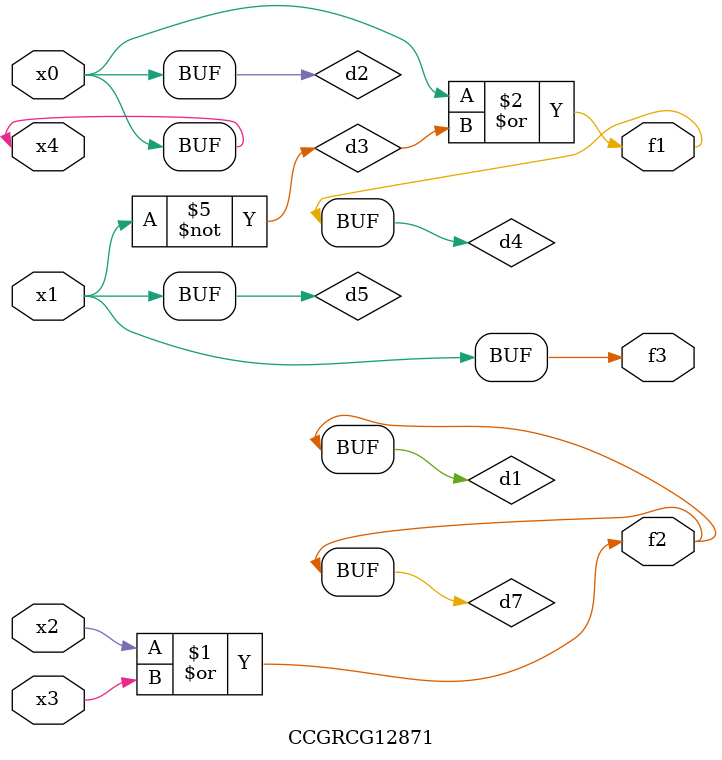
<source format=v>
module CCGRCG12871(
	input x0, x1, x2, x3, x4,
	output f1, f2, f3
);

	wire d1, d2, d3, d4, d5, d6, d7;

	or (d1, x2, x3);
	buf (d2, x0, x4);
	not (d3, x1);
	or (d4, d2, d3);
	not (d5, d3);
	nand (d6, d1, d3);
	or (d7, d1);
	assign f1 = d4;
	assign f2 = d7;
	assign f3 = d5;
endmodule

</source>
